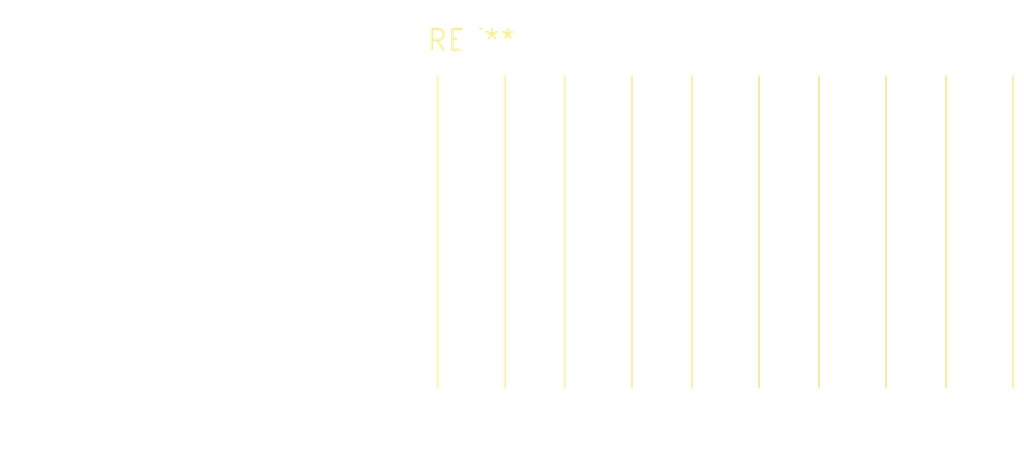
<source format=kicad_pcb>
(kicad_pcb (version 20240108) (generator pcbnew)
  (layers (0 "F.Cu" signal) (31 "B.Cu" signal) (34 "B.Paste" user) (35 "F.Paste" user) (36 "B.SilkS" user "B.Silkscreen") (37 "F.SilkS" user "F.Silkscreen") (38 "B.Mask" user) (39 "F.Mask" user) (44 "Edge.Cuts" user))
  (net 0 "")
  (footprint "SolderWire-1sqmm_1x05_P7.8mm_D1.4mm_OD3.9mm_Relief" (layer "F.Cu") (at 0 0)
    (property "Reference" "REF**")
    (property "Value" "SolderWire-1sqmm_1x05_P7.8mm_D1.4mm_OD3.9mm_Relief")
    (fp_line (start -2.06 2.21) (end -2.06 21.34) (layer "F.SilkS") (stroke (width 0.12)))
    (fp_line (start 2.06 2.21) (end 2.06 21.34) (layer "F.SilkS") (stroke (width 0.12)))
    (fp_line (start 5.74 2.21) (end 5.74 21.34) (layer "F.SilkS") (stroke (width 0.12)))
    (fp_line (start 9.86 2.21) (end 9.86 21.34) (layer "F.SilkS") (stroke (width 0.12)))
    (fp_line (start 13.54 2.21) (end 13.54 21.34) (layer "F.SilkS") (stroke (width 0.12)))
    (fp_line (start 17.66 2.21) (end 17.66 21.34) (layer "F.SilkS") (stroke (width 0.12)))
    (fp_line (start 21.34 2.21) (end 21.34 21.34) (layer "F.SilkS") (stroke (width 0.12)))
    (fp_line (start 25.46 2.21) (end 25.46 21.34) (layer "F.SilkS") (stroke (width 0.12)))
    (fp_line (start 29.14 2.21) (end 29.14 21.34) (layer "F.SilkS") (stroke (width 0.12)))
    (fp_line (start 33.26 2.21) (end 33.26 21.34) (layer "F.SilkS") (stroke (width 0.12)))
    (pad "" np_thru_hole circle (at 0 23.4) (size 4.4 4.4) (drill 4.4) (layers *.Cu *.Mask))
    (pad "" np_thru_hole circle (at 7.8 23.4) (size 4.4 4.4) (drill 4.4) (layers *.Cu *.Mask))
    (pad "" np_thru_hole circle (at 15.6 23.4) (size 4.4 4.4) (drill 4.4) (layers *.Cu *.Mask))
    (pad "" np_thru_hole circle (at 23.4 23.4) (size 4.4 4.4) (drill 4.4) (layers *.Cu *.Mask))
    (pad "" np_thru_hole circle (at 31.2 23.4) (size 4.4 4.4) (drill 4.4) (layers *.Cu *.Mask))
    (pad "1" thru_hole roundrect (at 0 0) (size 3.9 3.9) (drill 1.75) (layers *.Cu *.Mask) (remove_unused_layers) (roundrect_rratio 0.064103))
    (pad "2" thru_hole circle (at 7.8 0) (size 3.9 3.9) (drill 1.75) (layers *.Cu *.Mask) (remove_unused_layers))
    (pad "3" thru_hole circle (at 15.6 0) (size 3.9 3.9) (drill 1.75) (layers *.Cu *.Mask) (remove_unused_layers))
    (pad "4" thru_hole circle (at 23.4 0) (size 3.9 3.9) (drill 1.75) (layers *.Cu *.Mask) (remove_unused_layers))
    (pad "5" thru_hole circle (at 31.2 0) (size 3.9 3.9) (drill 1.75) (layers *.Cu *.Mask) (remove_unused_layers))
  )
)
</source>
